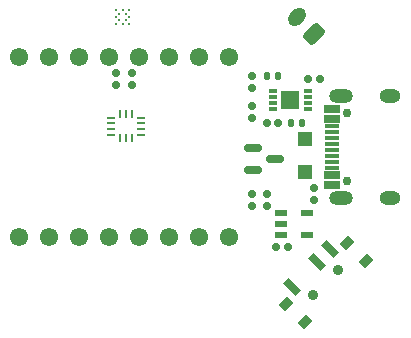
<source format=gts>
G04 #@! TF.GenerationSoftware,KiCad,Pcbnew,9.0.1*
G04 #@! TF.CreationDate,2025-10-21T12:51:46+03:00*
G04 #@! TF.ProjectId,Twyst-Hardware,54777973-742d-4486-9172-64776172652e,rev?*
G04 #@! TF.SameCoordinates,Original*
G04 #@! TF.FileFunction,Soldermask,Top*
G04 #@! TF.FilePolarity,Negative*
%FSLAX46Y46*%
G04 Gerber Fmt 4.6, Leading zero omitted, Abs format (unit mm)*
G04 Created by KiCad (PCBNEW 9.0.1) date 2025-10-21 12:51:46*
%MOMM*%
%LPD*%
G01*
G04 APERTURE LIST*
G04 Aperture macros list*
%AMRoundRect*
0 Rectangle with rounded corners*
0 $1 Rounding radius*
0 $2 $3 $4 $5 $6 $7 $8 $9 X,Y pos of 4 corners*
0 Add a 4 corners polygon primitive as box body*
4,1,4,$2,$3,$4,$5,$6,$7,$8,$9,$2,$3,0*
0 Add four circle primitives for the rounded corners*
1,1,$1+$1,$2,$3*
1,1,$1+$1,$4,$5*
1,1,$1+$1,$6,$7*
1,1,$1+$1,$8,$9*
0 Add four rect primitives between the rounded corners*
20,1,$1+$1,$2,$3,$4,$5,0*
20,1,$1+$1,$4,$5,$6,$7,0*
20,1,$1+$1,$6,$7,$8,$9,0*
20,1,$1+$1,$8,$9,$2,$3,0*%
%AMHorizOval*
0 Thick line with rounded ends*
0 $1 width*
0 $2 $3 position (X,Y) of the first rounded end (center of the circle)*
0 $4 $5 position (X,Y) of the second rounded end (center of the circle)*
0 Add line between two ends*
20,1,$1,$2,$3,$4,$5,0*
0 Add two circle primitives to create the rounded ends*
1,1,$1,$2,$3*
1,1,$1,$4,$5*%
%AMRotRect*
0 Rectangle, with rotation*
0 The origin of the aperture is its center*
0 $1 length*
0 $2 width*
0 $3 Rotation angle, in degrees counterclockwise*
0 Add horizontal line*
21,1,$1,$2,0,0,$3*%
%AMFreePoly0*
4,1,13,0.335355,0.685355,0.350000,0.650000,0.350000,-0.650000,0.335355,-0.685355,0.300000,-0.700000,-0.300000,-0.700000,-0.335355,-0.685355,-0.350000,-0.650000,-0.350000,0.650000,-0.335355,0.685355,-0.300000,0.700000,0.300000,0.700000,0.335355,0.685355,0.335355,0.685355,$1*%
G04 Aperture macros list end*
%ADD10R,0.680000X0.280000*%
%ADD11R,0.280000X0.680000*%
%ADD12RoundRect,0.159000X0.189000X-0.159000X0.189000X0.159000X-0.189000X0.159000X-0.189000X-0.159000X0*%
%ADD13C,0.750000*%
%ADD14O,2.000000X1.200000*%
%ADD15O,1.800000X1.200000*%
%ADD16FreePoly0,90.000000*%
%ADD17R,1.300000X0.300000*%
%ADD18R,1.000000X0.600000*%
%ADD19C,0.200000*%
%ADD20RoundRect,0.159000X-0.159000X-0.189000X0.159000X-0.189000X0.159000X0.189000X-0.159000X0.189000X0*%
%ADD21RoundRect,0.147500X0.147500X0.172500X-0.147500X0.172500X-0.147500X-0.172500X0.147500X-0.172500X0*%
%ADD22RoundRect,0.159000X0.159000X0.189000X-0.159000X0.189000X-0.159000X-0.189000X0.159000X-0.189000X0*%
%ADD23RotRect,1.000000X0.800000X45.000000*%
%ADD24C,0.900000*%
%ADD25RotRect,0.700000X1.500000X45.000000*%
%ADD26RoundRect,0.147500X-0.147500X-0.172500X0.147500X-0.172500X0.147500X0.172500X-0.147500X0.172500X0*%
%ADD27R,0.750000X0.300000*%
%ADD28R,1.600000X1.600000*%
%ADD29R,1.200000X1.200000*%
%ADD30RoundRect,0.150000X-0.587500X-0.150000X0.587500X-0.150000X0.587500X0.150000X-0.587500X0.150000X0*%
%ADD31RoundRect,0.159000X-0.189000X0.159000X-0.189000X-0.159000X0.189000X-0.159000X0.189000X0.159000X0*%
%ADD32RoundRect,0.250000X0.689429X0.194454X0.194454X0.689429X-0.689429X-0.194454X-0.194454X-0.689429X0*%
%ADD33HorizOval,1.200000X0.194454X0.194454X-0.194454X-0.194454X0*%
%ADD34C,1.552000*%
G04 APERTURE END LIST*
D10*
G04 #@! TO.C,U4*
X143312000Y-102500000D03*
X143312000Y-103000000D03*
X143312000Y-103500000D03*
X143312000Y-104000000D03*
D11*
X144072000Y-104260000D03*
X144572000Y-104260000D03*
X145072000Y-104260000D03*
D10*
X145832000Y-104000000D03*
X145832000Y-103500000D03*
X145832000Y-103000000D03*
X145832000Y-102500000D03*
D11*
X145072000Y-102240000D03*
X144572000Y-102240000D03*
X144072000Y-102240000D03*
G04 #@! TD*
D12*
G04 #@! TO.C,R6*
X143750000Y-99750000D03*
X143750000Y-98750000D03*
G04 #@! TD*
G04 #@! TO.C,R7*
X145100000Y-99750000D03*
X145100000Y-98750000D03*
G04 #@! TD*
D13*
G04 #@! TO.C,USBC1*
X163260000Y-107900000D03*
X163260000Y-102100000D03*
D14*
X162760000Y-100670000D03*
D15*
X166940000Y-100670000D03*
X166940000Y-109330000D03*
D14*
X162760000Y-109330000D03*
D16*
X162000000Y-108200000D03*
X162000000Y-107400000D03*
D17*
X162000000Y-106250000D03*
X162000000Y-105250000D03*
X162000000Y-104750000D03*
X162000000Y-103750000D03*
D16*
X162000000Y-101800000D03*
X162000000Y-102600000D03*
D17*
X162000000Y-103250000D03*
X162000000Y-104250000D03*
X162000000Y-105750000D03*
X162000000Y-106750000D03*
G04 #@! TD*
D18*
G04 #@! TO.C,U2*
X157650000Y-110550000D03*
X157650000Y-111500000D03*
X157650000Y-112450000D03*
X159850000Y-112450000D03*
X159850000Y-110550000D03*
G04 #@! TD*
D19*
G04 #@! TO.C,U5*
X144850000Y-93430000D03*
X144850000Y-94000000D03*
X144850000Y-94570000D03*
X144560000Y-93720000D03*
X144560000Y-94280000D03*
X144280000Y-93430000D03*
X144280000Y-94570000D03*
X144000000Y-93720000D03*
X144000000Y-94280000D03*
X143710000Y-93430000D03*
X143710000Y-94000000D03*
X143710000Y-94570000D03*
G04 #@! TD*
D20*
G04 #@! TO.C,C3*
X157250000Y-113500000D03*
X158250000Y-113500000D03*
G04 #@! TD*
D21*
G04 #@! TO.C,D1*
X157455000Y-99000000D03*
X156485000Y-99000000D03*
G04 #@! TD*
D22*
G04 #@! TO.C,R2*
X157470000Y-103000000D03*
X156470000Y-103000000D03*
G04 #@! TD*
D23*
G04 #@! TO.C,SW1*
X158117517Y-118279396D03*
X159680223Y-119842102D03*
D24*
X160422685Y-117544005D03*
X162544005Y-115422685D03*
D23*
X163279396Y-113117517D03*
X164842102Y-114680223D03*
D25*
X158647847Y-116829828D03*
X160769167Y-114708507D03*
X161829828Y-113647847D03*
G04 #@! TD*
D26*
G04 #@! TO.C,D2*
X158500000Y-103000000D03*
X159470000Y-103000000D03*
G04 #@! TD*
D12*
G04 #@! TO.C,R3*
X155220000Y-102500000D03*
X155220000Y-101500000D03*
G04 #@! TD*
D27*
G04 #@! TO.C,U1*
X159970000Y-101750000D03*
X159970000Y-101250000D03*
X159970000Y-100750000D03*
X159970000Y-100250000D03*
X156970000Y-100250000D03*
X156970000Y-100750000D03*
X156970000Y-101250000D03*
X156970000Y-101750000D03*
D28*
X158470000Y-101000000D03*
G04 #@! TD*
D29*
G04 #@! TO.C,D3*
X159750000Y-107150000D03*
X159750000Y-104350000D03*
G04 #@! TD*
D30*
G04 #@! TO.C,Q1*
X155312500Y-105050000D03*
X155312500Y-106950000D03*
X157187500Y-106000000D03*
G04 #@! TD*
D12*
G04 #@! TO.C,C1*
X155250000Y-110000000D03*
X155250000Y-109000000D03*
G04 #@! TD*
D20*
G04 #@! TO.C,C2*
X159970000Y-99250000D03*
X160970000Y-99250000D03*
G04 #@! TD*
D31*
G04 #@! TO.C,R5*
X156500000Y-109000000D03*
X156500000Y-110000000D03*
G04 #@! TD*
D12*
G04 #@! TO.C,R1*
X160470000Y-109500000D03*
X160470000Y-108500000D03*
G04 #@! TD*
D32*
G04 #@! TO.C,J1*
X160474696Y-95439519D03*
D33*
X159060482Y-94025305D03*
G04 #@! TD*
D31*
G04 #@! TO.C,R4*
X155220000Y-99000000D03*
X155220000Y-100000000D03*
G04 #@! TD*
D34*
G04 #@! TO.C,U6*
X135500000Y-112620000D03*
X138040000Y-112620000D03*
X140580000Y-112620000D03*
X143120000Y-112620000D03*
X145660000Y-112620000D03*
X148200000Y-112620000D03*
X150740000Y-112620000D03*
X153280000Y-112620000D03*
X153280000Y-97380000D03*
X150740000Y-97380000D03*
X148200000Y-97380000D03*
X145660000Y-97380000D03*
X143120000Y-97380000D03*
X140580000Y-97380000D03*
X138040000Y-97380000D03*
X135500000Y-97380000D03*
G04 #@! TD*
M02*

</source>
